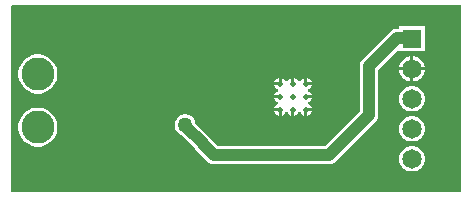
<source format=gbl>
%FSTAX23Y23*%
%MOIN*%
%SFA1B1*%

%IPPOS*%
%ADD33C,0.010000*%
%ADD35C,0.110236*%
%ADD36C,0.064960*%
%ADD37R,0.064960X0.064960*%
%ADD38C,0.050000*%
%ADD39C,0.019685*%
%ADD40C,0.040000*%
%ADD41C,0.025000*%
%LNpcb1-1*%
%LPD*%
G36*
X015Y0D02*
D01*
X0*
Y0062*
X00005Y00625*
X015*
Y0*
G37*
%LNpcb1-2*%
%LPC*%
G36*
X01378Y00554D02*
X01293D01*
Y00545*
X01285*
X01277Y00544*
X01269Y00541*
X01263Y00536*
X01171Y00443*
X01166Y00437*
X01163Y0043*
X01162Y00422*
Y0027*
X01047Y00155*
X00687*
X00665Y00177*
X00664Y00178*
X00659Y00185*
X00614Y0023*
X00612Y00238*
X00608Y00246*
X00601Y00253*
X00593Y00257*
X00584Y0026*
X00575*
X00566Y00257*
X00558Y00253*
X00551Y00246*
X00547Y00238*
X00545Y00229*
Y0022*
X00547Y00211*
X00551Y00203*
X00558Y00196*
X00566Y00192*
X00567Y00192*
X00611Y00147*
X00612Y00146*
X00617Y0014*
X00653Y00103*
X00659Y00098*
X00667Y00095*
X00675Y00094*
X0106*
X01067Y00095*
X01075Y00098*
X01081Y00103*
X01213Y00236*
X01218Y00242*
X01221Y00249*
X01222Y00257*
Y00409*
X01288Y00476*
X01293Y00474*
Y0047*
X01378*
Y00554*
G37*
G36*
X01341Y00454D02*
X0134D01*
Y00417*
X01378*
Y00418*
X01375Y00428*
X01369Y00438*
X01362Y00446*
X01352Y00452*
X01341Y00454*
G37*
G36*
X0133D02*
X0133D01*
X01319Y00452*
X01309Y00446*
X01301Y00438*
X01296Y00428*
X01293Y00418*
Y00417*
X0133*
Y00454*
G37*
G36*
X01378Y00407D02*
X0134D01*
Y0037*
X01341*
X01352Y00372*
X01362Y00378*
X01369Y00386*
X01375Y00396*
X01378Y00406*
Y00407*
G37*
G36*
X0133D02*
X01293D01*
Y00406*
X01296Y00396*
X01301Y00386*
X01309Y00378*
X01319Y00372*
X0133Y0037*
X0133*
Y00407*
G37*
G36*
X00977Y00382D02*
X00971Y00379D01*
X00966Y00374*
X00964Y00368*
X00958*
X00956Y00374*
X0095Y00379*
X00944Y00382*
Y00362*
X00934*
Y00382*
X00928Y00379*
X00922Y00374*
X0092Y00368*
X00915*
X00913Y00374*
X00907Y00379*
X00901Y00382*
Y00362*
X00896*
Y00357*
X00876*
X00879Y00351*
X00885Y00346*
X0089Y00343*
Y00338*
X00885Y00336*
X00879Y0033*
X00876Y00324*
X00896*
Y00314*
X00876*
X00879Y00308*
X00885Y00302*
X0089Y003*
Y00295*
X00885Y00293*
X00879Y00287*
X00876Y00281*
X00896*
Y00276*
X00901*
Y00256*
X00907Y00259*
X00913Y00264*
X00915Y0027*
X0092*
X00922Y00264*
X00928Y00259*
X00934Y00256*
Y00276*
X00944*
Y00256*
X0095Y00259*
X00956Y00264*
X00958Y0027*
X00964*
X00966Y00264*
X00971Y00259*
X00977Y00256*
Y00276*
X00982*
Y00281*
X01002*
X00999Y00287*
X00994Y00293*
X00989Y00295*
Y003*
X00994Y00302*
X00999Y00308*
X01002Y00314*
X00982*
Y00324*
X01002*
X00999Y0033*
X00994Y00336*
X00989Y00338*
Y00343*
X00994Y00346*
X00999Y00351*
X01002Y00357*
X00982*
Y00362*
X00977*
Y00382*
G37*
G36*
X00987D02*
Y00367D01*
X01002*
X00999Y00374*
X00994Y00379*
X00987Y00382*
G37*
G36*
X00891D02*
X00885Y00379D01*
X00879Y00374*
X00876Y00367*
X00891*
Y00382*
G37*
G36*
X00095Y0046D02*
X00082D01*
X0007Y00457*
X00058Y00452*
X00047Y00445*
X00038Y00436*
X00031Y00425*
X00026Y00413*
X00023Y00401*
Y00388*
X00026Y00376*
X00031Y00364*
X00038Y00353*
X00047Y00344*
X00058Y00337*
X0007Y00332*
X00082Y00329*
X00095*
X00107Y00332*
X00119Y00337*
X0013Y00344*
X00139Y00353*
X00146Y00364*
X00151Y00376*
X00154Y00388*
Y00401*
X00151Y00413*
X00146Y00425*
X00139Y00436*
X0013Y00445*
X00119Y00452*
X00107Y00457*
X00095Y0046*
G37*
G36*
X01341Y00354D02*
X0133D01*
X01319Y00352*
X01309Y00346*
X01301Y00338*
X01296Y00328*
X01293Y00318*
Y00306*
X01296Y00296*
X01301Y00286*
X01309Y00278*
X01319Y00272*
X0133Y0027*
X01341*
X01352Y00272*
X01362Y00278*
X01369Y00286*
X01375Y00296*
X01378Y00306*
Y00318*
X01375Y00328*
X01369Y00338*
X01362Y00346*
X01352Y00352*
X01341Y00354*
G37*
G36*
X01002Y00271D02*
X00987D01*
Y00256*
X00994Y00259*
X00999Y00264*
X01002Y00271*
G37*
G36*
X00891D02*
X00876D01*
X00879Y00264*
X00885Y00259*
X00891Y00256*
Y00271*
G37*
G36*
X01341Y00254D02*
X0133D01*
X01319Y00252*
X01309Y00246*
X01301Y00238*
X01296Y00228*
X01293Y00218*
Y00206*
X01296Y00196*
X01301Y00186*
X01309Y00178*
X01319Y00172*
X0133Y0017*
X01341*
X01352Y00172*
X01362Y00178*
X01369Y00186*
X01375Y00196*
X01378Y00206*
Y00218*
X01375Y00228*
X01369Y00238*
X01362Y00246*
X01352Y00252*
X01341Y00254*
G37*
G36*
X00095Y00282D02*
X00082D01*
X0007Y0028*
X00058Y00275*
X00047Y00268*
X00038Y00259*
X00031Y00248*
X00026Y00236*
X00023Y00224*
Y00211*
X00026Y00198*
X00031Y00186*
X00038Y00176*
X00047Y00167*
X00058Y0016*
X0007Y00155*
X00082Y00152*
X00095*
X00107Y00155*
X00119Y0016*
X0013Y00167*
X00139Y00176*
X00146Y00186*
X00151Y00198*
X00154Y00211*
Y00224*
X00151Y00236*
X00146Y00248*
X00139Y00259*
X0013Y00268*
X00119Y00275*
X00107Y0028*
X00095Y00282*
G37*
G36*
X01341Y00154D02*
X0133D01*
X01319Y00152*
X01309Y00146*
X01301Y00138*
X01296Y00128*
X01293Y00118*
Y00106*
X01296Y00096*
X01301Y00086*
X01309Y00078*
X01319Y00072*
X0133Y0007*
X01341*
X01352Y00072*
X01362Y00078*
X01369Y00086*
X01375Y00096*
X01378Y00106*
Y00118*
X01375Y00128*
X01369Y00138*
X01362Y00146*
X01352Y00152*
X01341Y00154*
G37*
%LNpcb1-3*%
%LPD*%
G54D33*
X01333Y00515D02*
X01335Y00512D01*
G54D35*
X00089Y00395D03*
Y00217D03*
G54D36*
X01335Y00112D03*
Y00212D03*
Y00412D03*
Y00312D03*
G54D37*
X01335Y00512D03*
G54D38*
X0058Y00225D03*
G54D39*
X00982Y00276D03*
X00939D03*
X00896D03*
X00982Y00319D03*
X00939D03*
X00896D03*
X00982Y00362D03*
X00939D03*
X00896D03*
G54D40*
X00638Y00161D02*
X00675Y00125D01*
X0058Y00222D02*
Y00225D01*
Y00222D02*
X00638Y00163D01*
Y00161D02*
Y00163D01*
X00675Y00125D02*
X0106D01*
X01285Y00515D02*
X01333D01*
X01192Y00422D02*
X01285Y00515D01*
X01192Y00257D02*
Y00422D01*
X0106Y00125D02*
X01192Y00257D01*
G54D41*
X01333Y0051D02*
X01335Y00512D01*
M02*
</source>
